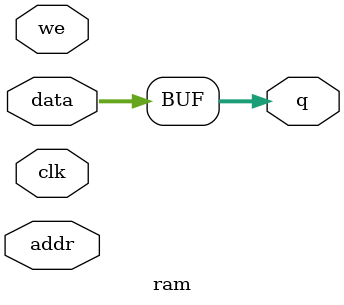
<source format=v>
module ram
(
input [7:0] data,
input [5:0] addr,
input we, clk,
output [7:0] q
);
reg [7:0] ram[63:0];
// when we is high, write data to ram at address addr
// assign the ram value at address addr to q
always @(posedge clk)
begin
if (we)
ram[addr] <= data;
end
always @(addr, data)
begin
q <= data;
end
endmodule

</source>
